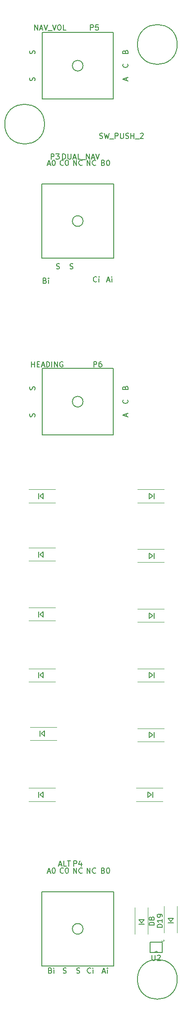
<source format=gbr>
G04 #@! TF.FileFunction,Legend,Top*
%FSLAX46Y46*%
G04 Gerber Fmt 4.6, Leading zero omitted, Abs format (unit mm)*
G04 Created by KiCad (PCBNEW 4.0.4+e1-6308~48~ubuntu14.04.1-stable) date Thu Sep  7 12:23:15 2017*
%MOMM*%
%LPD*%
G01*
G04 APERTURE LIST*
%ADD10C,0.100000*%
%ADD11C,0.150000*%
%ADD12C,0.125000*%
G04 APERTURE END LIST*
D10*
D11*
X115000000Y-37250000D02*
G75*
G03X115000000Y-37250000I-1000000J0D01*
G01*
X107250000Y-30250000D02*
X120750000Y-30250000D01*
X120750000Y-30250000D02*
X120750000Y-44250000D01*
X120750000Y-44250000D02*
X107250000Y-44250000D01*
X107250000Y-44250000D02*
X107250000Y-30250000D01*
X115000000Y-71250000D02*
G75*
G03X115000000Y-71250000I-1000000J0D01*
G01*
X120700000Y-77500000D02*
X120700000Y-65000000D01*
X107300000Y-77500000D02*
X107300000Y-65000000D01*
X107300000Y-65000000D02*
X120700000Y-65000000D01*
X107300000Y-77500000D02*
X120700000Y-77500000D01*
X115000000Y-8000000D02*
G75*
G03X115000000Y-8000000I-1000000J0D01*
G01*
X120700000Y-14250000D02*
X120700000Y-1750000D01*
X107300000Y-14250000D02*
X107300000Y-1750000D01*
X107300000Y-1750000D02*
X120700000Y-1750000D01*
X107300000Y-14250000D02*
X120700000Y-14250000D01*
X115000000Y-170500000D02*
G75*
G03X115000000Y-170500000I-1000000J0D01*
G01*
X107250000Y-163500000D02*
X120750000Y-163500000D01*
X120750000Y-163500000D02*
X120750000Y-177500000D01*
X120750000Y-177500000D02*
X107250000Y-177500000D01*
X107250000Y-177500000D02*
X107250000Y-163500000D01*
X106615000Y-88492000D02*
X106615000Y-89508000D01*
X106869000Y-89000000D02*
X107504000Y-88492000D01*
X107504000Y-88492000D02*
X107504000Y-89508000D01*
X107504000Y-89508000D02*
X106869000Y-89000000D01*
D10*
X104750000Y-90250000D02*
X109750000Y-90250000D01*
X104750000Y-87750000D02*
X109750000Y-87750000D01*
D11*
X106615000Y-99492000D02*
X106615000Y-100508000D01*
X106869000Y-100000000D02*
X107504000Y-99492000D01*
X107504000Y-99492000D02*
X107504000Y-100508000D01*
X107504000Y-100508000D02*
X106869000Y-100000000D01*
D10*
X104750000Y-101250000D02*
X109750000Y-101250000D01*
X104750000Y-98750000D02*
X109750000Y-98750000D01*
D11*
X106615000Y-110742000D02*
X106615000Y-111758000D01*
X106869000Y-111250000D02*
X107504000Y-110742000D01*
X107504000Y-110742000D02*
X107504000Y-111758000D01*
X107504000Y-111758000D02*
X106869000Y-111250000D01*
D10*
X104750000Y-112500000D02*
X109750000Y-112500000D01*
X104750000Y-110000000D02*
X109750000Y-110000000D01*
D11*
X106615000Y-122242000D02*
X106615000Y-123258000D01*
X106869000Y-122750000D02*
X107504000Y-122242000D01*
X107504000Y-122242000D02*
X107504000Y-123258000D01*
X107504000Y-123258000D02*
X106869000Y-122750000D01*
D10*
X104750000Y-124000000D02*
X109750000Y-124000000D01*
X104750000Y-121500000D02*
X109750000Y-121500000D01*
D11*
X106865000Y-133242000D02*
X106865000Y-134258000D01*
X107119000Y-133750000D02*
X107754000Y-133242000D01*
X107754000Y-133242000D02*
X107754000Y-134258000D01*
X107754000Y-134258000D02*
X107119000Y-133750000D01*
D10*
X105000000Y-135000000D02*
X110000000Y-135000000D01*
X105000000Y-132500000D02*
X110000000Y-132500000D01*
D11*
X128385000Y-89508000D02*
X128385000Y-88492000D01*
X128131000Y-89000000D02*
X127496000Y-89508000D01*
X127496000Y-89508000D02*
X127496000Y-88492000D01*
X127496000Y-88492000D02*
X128131000Y-89000000D01*
D10*
X130250000Y-87750000D02*
X125250000Y-87750000D01*
X130250000Y-90250000D02*
X125250000Y-90250000D01*
D11*
X128385000Y-100758000D02*
X128385000Y-99742000D01*
X128131000Y-100250000D02*
X127496000Y-100758000D01*
X127496000Y-100758000D02*
X127496000Y-99742000D01*
X127496000Y-99742000D02*
X128131000Y-100250000D01*
D10*
X130250000Y-99000000D02*
X125250000Y-99000000D01*
X130250000Y-101500000D02*
X125250000Y-101500000D01*
D11*
X128385000Y-112008000D02*
X128385000Y-110992000D01*
X128131000Y-111500000D02*
X127496000Y-112008000D01*
X127496000Y-112008000D02*
X127496000Y-110992000D01*
X127496000Y-110992000D02*
X128131000Y-111500000D01*
D10*
X130250000Y-110250000D02*
X125250000Y-110250000D01*
X130250000Y-112750000D02*
X125250000Y-112750000D01*
D11*
X128385000Y-123258000D02*
X128385000Y-122242000D01*
X128131000Y-122750000D02*
X127496000Y-123258000D01*
X127496000Y-123258000D02*
X127496000Y-122242000D01*
X127496000Y-122242000D02*
X128131000Y-122750000D01*
D10*
X130250000Y-121500000D02*
X125250000Y-121500000D01*
X130250000Y-124000000D02*
X125250000Y-124000000D01*
D11*
X128385000Y-134508000D02*
X128385000Y-133492000D01*
X128131000Y-134000000D02*
X127496000Y-134508000D01*
X127496000Y-134508000D02*
X127496000Y-133492000D01*
X127496000Y-133492000D02*
X128131000Y-134000000D01*
D10*
X130250000Y-132750000D02*
X125250000Y-132750000D01*
X130250000Y-135250000D02*
X125250000Y-135250000D01*
D11*
X128135000Y-145758000D02*
X128135000Y-144742000D01*
X127881000Y-145250000D02*
X127246000Y-145758000D01*
X127246000Y-145758000D02*
X127246000Y-144742000D01*
X127246000Y-144742000D02*
X127881000Y-145250000D01*
D10*
X130000000Y-144000000D02*
X125000000Y-144000000D01*
X130000000Y-146500000D02*
X125000000Y-146500000D01*
D11*
X129028000Y-174990000D02*
G75*
G03X128778000Y-174740000I-250000J0D01*
G01*
X128778000Y-174740000D02*
G75*
G03X128528000Y-174990000I0J-250000D01*
G01*
X127628000Y-174990000D02*
X127628000Y-172990000D01*
X127628000Y-172990000D02*
X129928000Y-172990000D01*
X129928000Y-172990000D02*
X129928000Y-174990000D01*
X129928000Y-174990000D02*
X127628000Y-174990000D01*
X125492000Y-169635000D02*
X126508000Y-169635000D01*
X126000000Y-169381000D02*
X125492000Y-168746000D01*
X125492000Y-168746000D02*
X126508000Y-168746000D01*
X126508000Y-168746000D02*
X126000000Y-169381000D01*
D10*
X127250000Y-171500000D02*
X127250000Y-166500000D01*
X124750000Y-171500000D02*
X124750000Y-166500000D01*
D11*
X130992000Y-169385000D02*
X132008000Y-169385000D01*
X131500000Y-169131000D02*
X130992000Y-168496000D01*
X130992000Y-168496000D02*
X132008000Y-168496000D01*
X132008000Y-168496000D02*
X131500000Y-169131000D01*
D10*
X132750000Y-171250000D02*
X132750000Y-166250000D01*
X130250000Y-171250000D02*
X130250000Y-166250000D01*
D11*
X106615000Y-144742000D02*
X106615000Y-145758000D01*
X106869000Y-145250000D02*
X107504000Y-144742000D01*
X107504000Y-144742000D02*
X107504000Y-145758000D01*
X107504000Y-145758000D02*
X106869000Y-145250000D01*
D10*
X104750000Y-146500000D02*
X109750000Y-146500000D01*
X104750000Y-144000000D02*
X109750000Y-144000000D01*
D11*
X107750000Y-19000000D02*
G75*
G03X107750000Y-19000000I-3750000J0D01*
G01*
X132750000Y-4000000D02*
G75*
G03X132750000Y-4000000I-3750000J0D01*
G01*
X132750000Y-180000000D02*
G75*
G03X132750000Y-180000000I-3750000J0D01*
G01*
X108981905Y-25598381D02*
X108981905Y-24598381D01*
X109362858Y-24598381D01*
X109458096Y-24646000D01*
X109505715Y-24693619D01*
X109553334Y-24788857D01*
X109553334Y-24931714D01*
X109505715Y-25026952D01*
X109458096Y-25074571D01*
X109362858Y-25122190D01*
X108981905Y-25122190D01*
X109886667Y-24598381D02*
X110505715Y-24598381D01*
X110172381Y-24979333D01*
X110315239Y-24979333D01*
X110410477Y-25026952D01*
X110458096Y-25074571D01*
X110505715Y-25169810D01*
X110505715Y-25407905D01*
X110458096Y-25503143D01*
X110410477Y-25550762D01*
X110315239Y-25598381D01*
X110029524Y-25598381D01*
X109934286Y-25550762D01*
X109886667Y-25503143D01*
X111165047Y-25598381D02*
X111165047Y-24598381D01*
X111403142Y-24598381D01*
X111546000Y-24646000D01*
X111641238Y-24741238D01*
X111688857Y-24836476D01*
X111736476Y-25026952D01*
X111736476Y-25169810D01*
X111688857Y-25360286D01*
X111641238Y-25455524D01*
X111546000Y-25550762D01*
X111403142Y-25598381D01*
X111165047Y-25598381D01*
X112165047Y-24598381D02*
X112165047Y-25407905D01*
X112212666Y-25503143D01*
X112260285Y-25550762D01*
X112355523Y-25598381D01*
X112546000Y-25598381D01*
X112641238Y-25550762D01*
X112688857Y-25503143D01*
X112736476Y-25407905D01*
X112736476Y-24598381D01*
X113165047Y-25312667D02*
X113641238Y-25312667D01*
X113069809Y-25598381D02*
X113403142Y-24598381D01*
X113736476Y-25598381D01*
X114546000Y-25598381D02*
X114069809Y-25598381D01*
X114069809Y-24598381D01*
X114641238Y-25693619D02*
X115403143Y-25693619D01*
X115641238Y-25598381D02*
X115641238Y-24598381D01*
X116212667Y-25598381D01*
X116212667Y-24598381D01*
X116641238Y-25312667D02*
X117117429Y-25312667D01*
X116546000Y-25598381D02*
X116879333Y-24598381D01*
X117212667Y-25598381D01*
X117403143Y-24598381D02*
X117736476Y-25598381D01*
X118069810Y-24598381D01*
X118802239Y-26256571D02*
X118945096Y-26304190D01*
X118992715Y-26351810D01*
X119040334Y-26447048D01*
X119040334Y-26589905D01*
X118992715Y-26685143D01*
X118945096Y-26732762D01*
X118849858Y-26780381D01*
X118468905Y-26780381D01*
X118468905Y-25780381D01*
X118802239Y-25780381D01*
X118897477Y-25828000D01*
X118945096Y-25875619D01*
X118992715Y-25970857D01*
X118992715Y-26066095D01*
X118945096Y-26161333D01*
X118897477Y-26208952D01*
X118802239Y-26256571D01*
X118468905Y-26256571D01*
X119659381Y-25780381D02*
X119754620Y-25780381D01*
X119849858Y-25828000D01*
X119897477Y-25875619D01*
X119945096Y-25970857D01*
X119992715Y-26161333D01*
X119992715Y-26399429D01*
X119945096Y-26589905D01*
X119897477Y-26685143D01*
X119849858Y-26732762D01*
X119754620Y-26780381D01*
X119659381Y-26780381D01*
X119564143Y-26732762D01*
X119516524Y-26685143D01*
X119468905Y-26589905D01*
X119421286Y-26399429D01*
X119421286Y-26161333D01*
X119468905Y-25970857D01*
X119516524Y-25875619D01*
X119564143Y-25828000D01*
X119659381Y-25780381D01*
X115754286Y-26780381D02*
X115754286Y-25780381D01*
X116325715Y-26780381D01*
X116325715Y-25780381D01*
X117373334Y-26685143D02*
X117325715Y-26732762D01*
X117182858Y-26780381D01*
X117087620Y-26780381D01*
X116944762Y-26732762D01*
X116849524Y-26637524D01*
X116801905Y-26542286D01*
X116754286Y-26351810D01*
X116754286Y-26208952D01*
X116801905Y-26018476D01*
X116849524Y-25923238D01*
X116944762Y-25828000D01*
X117087620Y-25780381D01*
X117182858Y-25780381D01*
X117325715Y-25828000D01*
X117373334Y-25875619D01*
X113214286Y-26780381D02*
X113214286Y-25780381D01*
X113785715Y-26780381D01*
X113785715Y-25780381D01*
X114833334Y-26685143D02*
X114785715Y-26732762D01*
X114642858Y-26780381D01*
X114547620Y-26780381D01*
X114404762Y-26732762D01*
X114309524Y-26637524D01*
X114261905Y-26542286D01*
X114214286Y-26351810D01*
X114214286Y-26208952D01*
X114261905Y-26018476D01*
X114309524Y-25923238D01*
X114404762Y-25828000D01*
X114547620Y-25780381D01*
X114642858Y-25780381D01*
X114785715Y-25828000D01*
X114833334Y-25875619D01*
X108332714Y-26494667D02*
X108808905Y-26494667D01*
X108237476Y-26780381D02*
X108570809Y-25780381D01*
X108904143Y-26780381D01*
X109427952Y-25780381D02*
X109523191Y-25780381D01*
X109618429Y-25828000D01*
X109666048Y-25875619D01*
X109713667Y-25970857D01*
X109761286Y-26161333D01*
X109761286Y-26399429D01*
X109713667Y-26589905D01*
X109666048Y-26685143D01*
X109618429Y-26732762D01*
X109523191Y-26780381D01*
X109427952Y-26780381D01*
X109332714Y-26732762D01*
X109285095Y-26685143D01*
X109237476Y-26589905D01*
X109189857Y-26399429D01*
X109189857Y-26161333D01*
X109237476Y-25970857D01*
X109285095Y-25875619D01*
X109332714Y-25828000D01*
X109427952Y-25780381D01*
X111293334Y-26685143D02*
X111245715Y-26732762D01*
X111102858Y-26780381D01*
X111007620Y-26780381D01*
X110864762Y-26732762D01*
X110769524Y-26637524D01*
X110721905Y-26542286D01*
X110674286Y-26351810D01*
X110674286Y-26208952D01*
X110721905Y-26018476D01*
X110769524Y-25923238D01*
X110864762Y-25828000D01*
X111007620Y-25780381D01*
X111102858Y-25780381D01*
X111245715Y-25828000D01*
X111293334Y-25875619D01*
X111912381Y-25780381D02*
X112007620Y-25780381D01*
X112102858Y-25828000D01*
X112150477Y-25875619D01*
X112198096Y-25970857D01*
X112245715Y-26161333D01*
X112245715Y-26399429D01*
X112198096Y-26589905D01*
X112150477Y-26685143D01*
X112102858Y-26732762D01*
X112007620Y-26780381D01*
X111912381Y-26780381D01*
X111817143Y-26732762D01*
X111769524Y-26685143D01*
X111721905Y-26589905D01*
X111674286Y-26399429D01*
X111674286Y-26161333D01*
X111721905Y-25970857D01*
X111769524Y-25875619D01*
X111817143Y-25828000D01*
X111912381Y-25780381D01*
X119523810Y-48416667D02*
X120000001Y-48416667D01*
X119428572Y-48702381D02*
X119761905Y-47702381D01*
X120095239Y-48702381D01*
X120428572Y-48702381D02*
X120428572Y-48035714D01*
X120428572Y-47702381D02*
X120380953Y-47750000D01*
X120428572Y-47797619D01*
X120476191Y-47750000D01*
X120428572Y-47702381D01*
X120428572Y-47797619D01*
X117571429Y-48607143D02*
X117523810Y-48654762D01*
X117380953Y-48702381D01*
X117285715Y-48702381D01*
X117142857Y-48654762D01*
X117047619Y-48559524D01*
X117000000Y-48464286D01*
X116952381Y-48273810D01*
X116952381Y-48130952D01*
X117000000Y-47940476D01*
X117047619Y-47845238D01*
X117142857Y-47750000D01*
X117285715Y-47702381D01*
X117380953Y-47702381D01*
X117523810Y-47750000D01*
X117571429Y-47797619D01*
X118000000Y-48702381D02*
X118000000Y-48035714D01*
X118000000Y-47702381D02*
X117952381Y-47750000D01*
X118000000Y-47797619D01*
X118047619Y-47750000D01*
X118000000Y-47702381D01*
X118000000Y-47797619D01*
X112530286Y-46204762D02*
X112673143Y-46252381D01*
X112911239Y-46252381D01*
X113006477Y-46204762D01*
X113054096Y-46157143D01*
X113101715Y-46061905D01*
X113101715Y-45966667D01*
X113054096Y-45871429D01*
X113006477Y-45823810D01*
X112911239Y-45776190D01*
X112720762Y-45728571D01*
X112625524Y-45680952D01*
X112577905Y-45633333D01*
X112530286Y-45538095D01*
X112530286Y-45442857D01*
X112577905Y-45347619D01*
X112625524Y-45300000D01*
X112720762Y-45252381D01*
X112958858Y-45252381D01*
X113101715Y-45300000D01*
X109990286Y-46204762D02*
X110133143Y-46252381D01*
X110371239Y-46252381D01*
X110466477Y-46204762D01*
X110514096Y-46157143D01*
X110561715Y-46061905D01*
X110561715Y-45966667D01*
X110514096Y-45871429D01*
X110466477Y-45823810D01*
X110371239Y-45776190D01*
X110180762Y-45728571D01*
X110085524Y-45680952D01*
X110037905Y-45633333D01*
X109990286Y-45538095D01*
X109990286Y-45442857D01*
X110037905Y-45347619D01*
X110085524Y-45300000D01*
X110180762Y-45252381D01*
X110418858Y-45252381D01*
X110561715Y-45300000D01*
X107833334Y-48428571D02*
X107976191Y-48476190D01*
X108023810Y-48523810D01*
X108071429Y-48619048D01*
X108071429Y-48761905D01*
X108023810Y-48857143D01*
X107976191Y-48904762D01*
X107880953Y-48952381D01*
X107500000Y-48952381D01*
X107500000Y-47952381D01*
X107833334Y-47952381D01*
X107928572Y-48000000D01*
X107976191Y-48047619D01*
X108023810Y-48142857D01*
X108023810Y-48238095D01*
X107976191Y-48333333D01*
X107928572Y-48380952D01*
X107833334Y-48428571D01*
X107500000Y-48428571D01*
X108500000Y-48952381D02*
X108500000Y-48285714D01*
X108500000Y-47952381D02*
X108452381Y-48000000D01*
X108500000Y-48047619D01*
X108547619Y-48000000D01*
X108500000Y-47952381D01*
X108500000Y-48047619D01*
X117011905Y-64702381D02*
X117011905Y-63702381D01*
X117392858Y-63702381D01*
X117488096Y-63750000D01*
X117535715Y-63797619D01*
X117583334Y-63892857D01*
X117583334Y-64035714D01*
X117535715Y-64130952D01*
X117488096Y-64178571D01*
X117392858Y-64226190D01*
X117011905Y-64226190D01*
X118440477Y-63702381D02*
X118250000Y-63702381D01*
X118154762Y-63750000D01*
X118107143Y-63797619D01*
X118011905Y-63940476D01*
X117964286Y-64130952D01*
X117964286Y-64511905D01*
X118011905Y-64607143D01*
X118059524Y-64654762D01*
X118154762Y-64702381D01*
X118345239Y-64702381D01*
X118440477Y-64654762D01*
X118488096Y-64607143D01*
X118535715Y-64511905D01*
X118535715Y-64273810D01*
X118488096Y-64178571D01*
X118440477Y-64130952D01*
X118345239Y-64083333D01*
X118154762Y-64083333D01*
X118059524Y-64130952D01*
X118011905Y-64178571D01*
X117964286Y-64273810D01*
X105321429Y-64702381D02*
X105321429Y-63702381D01*
X105321429Y-64178571D02*
X105892858Y-64178571D01*
X105892858Y-64702381D02*
X105892858Y-63702381D01*
X106369048Y-64178571D02*
X106702382Y-64178571D01*
X106845239Y-64702381D02*
X106369048Y-64702381D01*
X106369048Y-63702381D01*
X106845239Y-63702381D01*
X107226191Y-64416667D02*
X107702382Y-64416667D01*
X107130953Y-64702381D02*
X107464286Y-63702381D01*
X107797620Y-64702381D01*
X108130953Y-64702381D02*
X108130953Y-63702381D01*
X108369048Y-63702381D01*
X108511906Y-63750000D01*
X108607144Y-63845238D01*
X108654763Y-63940476D01*
X108702382Y-64130952D01*
X108702382Y-64273810D01*
X108654763Y-64464286D01*
X108607144Y-64559524D01*
X108511906Y-64654762D01*
X108369048Y-64702381D01*
X108130953Y-64702381D01*
X109130953Y-64702381D02*
X109130953Y-63702381D01*
X109607143Y-64702381D02*
X109607143Y-63702381D01*
X110178572Y-64702381D01*
X110178572Y-63702381D01*
X111178572Y-63750000D02*
X111083334Y-63702381D01*
X110940477Y-63702381D01*
X110797619Y-63750000D01*
X110702381Y-63845238D01*
X110654762Y-63940476D01*
X110607143Y-64130952D01*
X110607143Y-64273810D01*
X110654762Y-64464286D01*
X110702381Y-64559524D01*
X110797619Y-64654762D01*
X110940477Y-64702381D01*
X111035715Y-64702381D01*
X111178572Y-64654762D01*
X111226191Y-64607143D01*
X111226191Y-64273810D01*
X111035715Y-64273810D01*
X123183667Y-74028095D02*
X123183667Y-73551904D01*
X123469381Y-74123333D02*
X122469381Y-73790000D01*
X123469381Y-73456666D01*
X123374143Y-70940476D02*
X123421762Y-70988095D01*
X123469381Y-71130952D01*
X123469381Y-71226190D01*
X123421762Y-71369048D01*
X123326524Y-71464286D01*
X123231286Y-71511905D01*
X123040810Y-71559524D01*
X122897952Y-71559524D01*
X122707476Y-71511905D01*
X122612238Y-71464286D01*
X122517000Y-71369048D01*
X122469381Y-71226190D01*
X122469381Y-71130952D01*
X122517000Y-70988095D01*
X122564619Y-70940476D01*
X122945571Y-68638571D02*
X122993190Y-68495714D01*
X123040810Y-68448095D01*
X123136048Y-68400476D01*
X123278905Y-68400476D01*
X123374143Y-68448095D01*
X123421762Y-68495714D01*
X123469381Y-68590952D01*
X123469381Y-68971905D01*
X122469381Y-68971905D01*
X122469381Y-68638571D01*
X122517000Y-68543333D01*
X122564619Y-68495714D01*
X122659857Y-68448095D01*
X122755095Y-68448095D01*
X122850333Y-68495714D01*
X122897952Y-68543333D01*
X122945571Y-68638571D01*
X122945571Y-68971905D01*
X105895762Y-74075714D02*
X105943381Y-73932857D01*
X105943381Y-73694761D01*
X105895762Y-73599523D01*
X105848143Y-73551904D01*
X105752905Y-73504285D01*
X105657667Y-73504285D01*
X105562429Y-73551904D01*
X105514810Y-73599523D01*
X105467190Y-73694761D01*
X105419571Y-73885238D01*
X105371952Y-73980476D01*
X105324333Y-74028095D01*
X105229095Y-74075714D01*
X105133857Y-74075714D01*
X105038619Y-74028095D01*
X104991000Y-73980476D01*
X104943381Y-73885238D01*
X104943381Y-73647142D01*
X104991000Y-73504285D01*
X105895762Y-68995714D02*
X105943381Y-68852857D01*
X105943381Y-68614761D01*
X105895762Y-68519523D01*
X105848143Y-68471904D01*
X105752905Y-68424285D01*
X105657667Y-68424285D01*
X105562429Y-68471904D01*
X105514810Y-68519523D01*
X105467190Y-68614761D01*
X105419571Y-68805238D01*
X105371952Y-68900476D01*
X105324333Y-68948095D01*
X105229095Y-68995714D01*
X105133857Y-68995714D01*
X105038619Y-68948095D01*
X104991000Y-68900476D01*
X104943381Y-68805238D01*
X104943381Y-68567142D01*
X104991000Y-68424285D01*
X116395905Y-1294381D02*
X116395905Y-294381D01*
X116776858Y-294381D01*
X116872096Y-342000D01*
X116919715Y-389619D01*
X116967334Y-484857D01*
X116967334Y-627714D01*
X116919715Y-722952D01*
X116872096Y-770571D01*
X116776858Y-818190D01*
X116395905Y-818190D01*
X117872096Y-294381D02*
X117395905Y-294381D01*
X117348286Y-770571D01*
X117395905Y-722952D01*
X117491143Y-675333D01*
X117729239Y-675333D01*
X117824477Y-722952D01*
X117872096Y-770571D01*
X117919715Y-865810D01*
X117919715Y-1103905D01*
X117872096Y-1199143D01*
X117824477Y-1246762D01*
X117729239Y-1294381D01*
X117491143Y-1294381D01*
X117395905Y-1246762D01*
X117348286Y-1199143D01*
X105871047Y-1294381D02*
X105871047Y-294381D01*
X106442476Y-1294381D01*
X106442476Y-294381D01*
X106871047Y-1008667D02*
X107347238Y-1008667D01*
X106775809Y-1294381D02*
X107109142Y-294381D01*
X107442476Y-1294381D01*
X107632952Y-294381D02*
X107966285Y-1294381D01*
X108299619Y-294381D01*
X108394857Y-1389619D02*
X109156762Y-1389619D01*
X109252000Y-294381D02*
X109585333Y-1294381D01*
X109918667Y-294381D01*
X110442476Y-294381D02*
X110632953Y-294381D01*
X110728191Y-342000D01*
X110823429Y-437238D01*
X110871048Y-627714D01*
X110871048Y-961048D01*
X110823429Y-1151524D01*
X110728191Y-1246762D01*
X110632953Y-1294381D01*
X110442476Y-1294381D01*
X110347238Y-1246762D01*
X110252000Y-1151524D01*
X110204381Y-961048D01*
X110204381Y-627714D01*
X110252000Y-437238D01*
X110347238Y-342000D01*
X110442476Y-294381D01*
X111775810Y-1294381D02*
X111299619Y-1294381D01*
X111299619Y-294381D01*
X123183667Y-10778095D02*
X123183667Y-10301904D01*
X123469381Y-10873333D02*
X122469381Y-10540000D01*
X123469381Y-10206666D01*
X123374143Y-7690476D02*
X123421762Y-7738095D01*
X123469381Y-7880952D01*
X123469381Y-7976190D01*
X123421762Y-8119048D01*
X123326524Y-8214286D01*
X123231286Y-8261905D01*
X123040810Y-8309524D01*
X122897952Y-8309524D01*
X122707476Y-8261905D01*
X122612238Y-8214286D01*
X122517000Y-8119048D01*
X122469381Y-7976190D01*
X122469381Y-7880952D01*
X122517000Y-7738095D01*
X122564619Y-7690476D01*
X122945571Y-5388571D02*
X122993190Y-5245714D01*
X123040810Y-5198095D01*
X123136048Y-5150476D01*
X123278905Y-5150476D01*
X123374143Y-5198095D01*
X123421762Y-5245714D01*
X123469381Y-5340952D01*
X123469381Y-5721905D01*
X122469381Y-5721905D01*
X122469381Y-5388571D01*
X122517000Y-5293333D01*
X122564619Y-5245714D01*
X122659857Y-5198095D01*
X122755095Y-5198095D01*
X122850333Y-5245714D01*
X122897952Y-5293333D01*
X122945571Y-5388571D01*
X122945571Y-5721905D01*
X105895762Y-10825714D02*
X105943381Y-10682857D01*
X105943381Y-10444761D01*
X105895762Y-10349523D01*
X105848143Y-10301904D01*
X105752905Y-10254285D01*
X105657667Y-10254285D01*
X105562429Y-10301904D01*
X105514810Y-10349523D01*
X105467190Y-10444761D01*
X105419571Y-10635238D01*
X105371952Y-10730476D01*
X105324333Y-10778095D01*
X105229095Y-10825714D01*
X105133857Y-10825714D01*
X105038619Y-10778095D01*
X104991000Y-10730476D01*
X104943381Y-10635238D01*
X104943381Y-10397142D01*
X104991000Y-10254285D01*
X105895762Y-5745714D02*
X105943381Y-5602857D01*
X105943381Y-5364761D01*
X105895762Y-5269523D01*
X105848143Y-5221904D01*
X105752905Y-5174285D01*
X105657667Y-5174285D01*
X105562429Y-5221904D01*
X105514810Y-5269523D01*
X105467190Y-5364761D01*
X105419571Y-5555238D01*
X105371952Y-5650476D01*
X105324333Y-5698095D01*
X105229095Y-5745714D01*
X105133857Y-5745714D01*
X105038619Y-5698095D01*
X104991000Y-5650476D01*
X104943381Y-5555238D01*
X104943381Y-5317142D01*
X104991000Y-5174285D01*
X113261905Y-158702381D02*
X113261905Y-157702381D01*
X113642858Y-157702381D01*
X113738096Y-157750000D01*
X113785715Y-157797619D01*
X113833334Y-157892857D01*
X113833334Y-158035714D01*
X113785715Y-158130952D01*
X113738096Y-158178571D01*
X113642858Y-158226190D01*
X113261905Y-158226190D01*
X114690477Y-158035714D02*
X114690477Y-158702381D01*
X114452381Y-157654762D02*
X114214286Y-158369048D01*
X114833334Y-158369048D01*
X110476190Y-158416667D02*
X110952381Y-158416667D01*
X110380952Y-158702381D02*
X110714285Y-157702381D01*
X111047619Y-158702381D01*
X111857143Y-158702381D02*
X111380952Y-158702381D01*
X111380952Y-157702381D01*
X112047619Y-157702381D02*
X112619048Y-157702381D01*
X112333333Y-158702381D02*
X112333333Y-157702381D01*
X118802239Y-159506571D02*
X118945096Y-159554190D01*
X118992715Y-159601810D01*
X119040334Y-159697048D01*
X119040334Y-159839905D01*
X118992715Y-159935143D01*
X118945096Y-159982762D01*
X118849858Y-160030381D01*
X118468905Y-160030381D01*
X118468905Y-159030381D01*
X118802239Y-159030381D01*
X118897477Y-159078000D01*
X118945096Y-159125619D01*
X118992715Y-159220857D01*
X118992715Y-159316095D01*
X118945096Y-159411333D01*
X118897477Y-159458952D01*
X118802239Y-159506571D01*
X118468905Y-159506571D01*
X119659381Y-159030381D02*
X119754620Y-159030381D01*
X119849858Y-159078000D01*
X119897477Y-159125619D01*
X119945096Y-159220857D01*
X119992715Y-159411333D01*
X119992715Y-159649429D01*
X119945096Y-159839905D01*
X119897477Y-159935143D01*
X119849858Y-159982762D01*
X119754620Y-160030381D01*
X119659381Y-160030381D01*
X119564143Y-159982762D01*
X119516524Y-159935143D01*
X119468905Y-159839905D01*
X119421286Y-159649429D01*
X119421286Y-159411333D01*
X119468905Y-159220857D01*
X119516524Y-159125619D01*
X119564143Y-159078000D01*
X119659381Y-159030381D01*
X115754286Y-160030381D02*
X115754286Y-159030381D01*
X116325715Y-160030381D01*
X116325715Y-159030381D01*
X117373334Y-159935143D02*
X117325715Y-159982762D01*
X117182858Y-160030381D01*
X117087620Y-160030381D01*
X116944762Y-159982762D01*
X116849524Y-159887524D01*
X116801905Y-159792286D01*
X116754286Y-159601810D01*
X116754286Y-159458952D01*
X116801905Y-159268476D01*
X116849524Y-159173238D01*
X116944762Y-159078000D01*
X117087620Y-159030381D01*
X117182858Y-159030381D01*
X117325715Y-159078000D01*
X117373334Y-159125619D01*
X113214286Y-160030381D02*
X113214286Y-159030381D01*
X113785715Y-160030381D01*
X113785715Y-159030381D01*
X114833334Y-159935143D02*
X114785715Y-159982762D01*
X114642858Y-160030381D01*
X114547620Y-160030381D01*
X114404762Y-159982762D01*
X114309524Y-159887524D01*
X114261905Y-159792286D01*
X114214286Y-159601810D01*
X114214286Y-159458952D01*
X114261905Y-159268476D01*
X114309524Y-159173238D01*
X114404762Y-159078000D01*
X114547620Y-159030381D01*
X114642858Y-159030381D01*
X114785715Y-159078000D01*
X114833334Y-159125619D01*
X108332714Y-159744667D02*
X108808905Y-159744667D01*
X108237476Y-160030381D02*
X108570809Y-159030381D01*
X108904143Y-160030381D01*
X109427952Y-159030381D02*
X109523191Y-159030381D01*
X109618429Y-159078000D01*
X109666048Y-159125619D01*
X109713667Y-159220857D01*
X109761286Y-159411333D01*
X109761286Y-159649429D01*
X109713667Y-159839905D01*
X109666048Y-159935143D01*
X109618429Y-159982762D01*
X109523191Y-160030381D01*
X109427952Y-160030381D01*
X109332714Y-159982762D01*
X109285095Y-159935143D01*
X109237476Y-159839905D01*
X109189857Y-159649429D01*
X109189857Y-159411333D01*
X109237476Y-159220857D01*
X109285095Y-159125619D01*
X109332714Y-159078000D01*
X109427952Y-159030381D01*
X111293334Y-159935143D02*
X111245715Y-159982762D01*
X111102858Y-160030381D01*
X111007620Y-160030381D01*
X110864762Y-159982762D01*
X110769524Y-159887524D01*
X110721905Y-159792286D01*
X110674286Y-159601810D01*
X110674286Y-159458952D01*
X110721905Y-159268476D01*
X110769524Y-159173238D01*
X110864762Y-159078000D01*
X111007620Y-159030381D01*
X111102858Y-159030381D01*
X111245715Y-159078000D01*
X111293334Y-159125619D01*
X111912381Y-159030381D02*
X112007620Y-159030381D01*
X112102858Y-159078000D01*
X112150477Y-159125619D01*
X112198096Y-159220857D01*
X112245715Y-159411333D01*
X112245715Y-159649429D01*
X112198096Y-159839905D01*
X112150477Y-159935143D01*
X112102858Y-159982762D01*
X112007620Y-160030381D01*
X111912381Y-160030381D01*
X111817143Y-159982762D01*
X111769524Y-159935143D01*
X111721905Y-159839905D01*
X111674286Y-159649429D01*
X111674286Y-159411333D01*
X111721905Y-159220857D01*
X111769524Y-159125619D01*
X111817143Y-159078000D01*
X111912381Y-159030381D01*
X118689810Y-178554667D02*
X119166001Y-178554667D01*
X118594572Y-178840381D02*
X118927905Y-177840381D01*
X119261239Y-178840381D01*
X119594572Y-178840381D02*
X119594572Y-178173714D01*
X119594572Y-177840381D02*
X119546953Y-177888000D01*
X119594572Y-177935619D01*
X119642191Y-177888000D01*
X119594572Y-177840381D01*
X119594572Y-177935619D01*
X116443429Y-178745143D02*
X116395810Y-178792762D01*
X116252953Y-178840381D01*
X116157715Y-178840381D01*
X116014857Y-178792762D01*
X115919619Y-178697524D01*
X115872000Y-178602286D01*
X115824381Y-178411810D01*
X115824381Y-178268952D01*
X115872000Y-178078476D01*
X115919619Y-177983238D01*
X116014857Y-177888000D01*
X116157715Y-177840381D01*
X116252953Y-177840381D01*
X116395810Y-177888000D01*
X116443429Y-177935619D01*
X116872000Y-178840381D02*
X116872000Y-178173714D01*
X116872000Y-177840381D02*
X116824381Y-177888000D01*
X116872000Y-177935619D01*
X116919619Y-177888000D01*
X116872000Y-177840381D01*
X116872000Y-177935619D01*
X113800286Y-178792762D02*
X113943143Y-178840381D01*
X114181239Y-178840381D01*
X114276477Y-178792762D01*
X114324096Y-178745143D01*
X114371715Y-178649905D01*
X114371715Y-178554667D01*
X114324096Y-178459429D01*
X114276477Y-178411810D01*
X114181239Y-178364190D01*
X113990762Y-178316571D01*
X113895524Y-178268952D01*
X113847905Y-178221333D01*
X113800286Y-178126095D01*
X113800286Y-178030857D01*
X113847905Y-177935619D01*
X113895524Y-177888000D01*
X113990762Y-177840381D01*
X114228858Y-177840381D01*
X114371715Y-177888000D01*
X111260286Y-178792762D02*
X111403143Y-178840381D01*
X111641239Y-178840381D01*
X111736477Y-178792762D01*
X111784096Y-178745143D01*
X111831715Y-178649905D01*
X111831715Y-178554667D01*
X111784096Y-178459429D01*
X111736477Y-178411810D01*
X111641239Y-178364190D01*
X111450762Y-178316571D01*
X111355524Y-178268952D01*
X111307905Y-178221333D01*
X111260286Y-178126095D01*
X111260286Y-178030857D01*
X111307905Y-177935619D01*
X111355524Y-177888000D01*
X111450762Y-177840381D01*
X111688858Y-177840381D01*
X111831715Y-177888000D01*
X108839334Y-178316571D02*
X108982191Y-178364190D01*
X109029810Y-178411810D01*
X109077429Y-178507048D01*
X109077429Y-178649905D01*
X109029810Y-178745143D01*
X108982191Y-178792762D01*
X108886953Y-178840381D01*
X108506000Y-178840381D01*
X108506000Y-177840381D01*
X108839334Y-177840381D01*
X108934572Y-177888000D01*
X108982191Y-177935619D01*
X109029810Y-178030857D01*
X109029810Y-178126095D01*
X108982191Y-178221333D01*
X108934572Y-178268952D01*
X108839334Y-178316571D01*
X108506000Y-178316571D01*
X109506000Y-178840381D02*
X109506000Y-178173714D01*
X109506000Y-177840381D02*
X109458381Y-177888000D01*
X109506000Y-177935619D01*
X109553619Y-177888000D01*
X109506000Y-177840381D01*
X109506000Y-177935619D01*
X128016095Y-175442381D02*
X128016095Y-176251905D01*
X128063714Y-176347143D01*
X128111333Y-176394762D01*
X128206571Y-176442381D01*
X128397048Y-176442381D01*
X128492286Y-176394762D01*
X128539905Y-176347143D01*
X128587524Y-176251905D01*
X128587524Y-175442381D01*
X129016095Y-175537619D02*
X129063714Y-175490000D01*
X129158952Y-175442381D01*
X129397048Y-175442381D01*
X129492286Y-175490000D01*
X129539905Y-175537619D01*
X129587524Y-175632857D01*
X129587524Y-175728095D01*
X129539905Y-175870952D01*
X128968476Y-176442381D01*
X129587524Y-176442381D01*
D12*
X129798000Y-172589048D02*
X129774190Y-172636667D01*
X129774190Y-172708095D01*
X129798000Y-172779524D01*
X129845619Y-172827143D01*
X129893238Y-172850952D01*
X129988476Y-172874762D01*
X130059905Y-172874762D01*
X130155143Y-172850952D01*
X130202762Y-172827143D01*
X130250381Y-172779524D01*
X130274190Y-172708095D01*
X130274190Y-172660476D01*
X130250381Y-172589048D01*
X130226571Y-172565238D01*
X130059905Y-172565238D01*
X130059905Y-172660476D01*
D11*
X128436381Y-169818095D02*
X127436381Y-169818095D01*
X127436381Y-169580000D01*
X127484000Y-169437142D01*
X127579238Y-169341904D01*
X127674476Y-169294285D01*
X127864952Y-169246666D01*
X128007810Y-169246666D01*
X128198286Y-169294285D01*
X128293524Y-169341904D01*
X128388762Y-169437142D01*
X128436381Y-169580000D01*
X128436381Y-169818095D01*
X127864952Y-168675238D02*
X127817333Y-168770476D01*
X127769714Y-168818095D01*
X127674476Y-168865714D01*
X127626857Y-168865714D01*
X127531619Y-168818095D01*
X127484000Y-168770476D01*
X127436381Y-168675238D01*
X127436381Y-168484761D01*
X127484000Y-168389523D01*
X127531619Y-168341904D01*
X127626857Y-168294285D01*
X127674476Y-168294285D01*
X127769714Y-168341904D01*
X127817333Y-168389523D01*
X127864952Y-168484761D01*
X127864952Y-168675238D01*
X127912571Y-168770476D01*
X127960190Y-168818095D01*
X128055429Y-168865714D01*
X128245905Y-168865714D01*
X128341143Y-168818095D01*
X128388762Y-168770476D01*
X128436381Y-168675238D01*
X128436381Y-168484761D01*
X128388762Y-168389523D01*
X128341143Y-168341904D01*
X128245905Y-168294285D01*
X128055429Y-168294285D01*
X127960190Y-168341904D01*
X127912571Y-168389523D01*
X127864952Y-168484761D01*
X129952381Y-170214286D02*
X128952381Y-170214286D01*
X128952381Y-169976191D01*
X129000000Y-169833333D01*
X129095238Y-169738095D01*
X129190476Y-169690476D01*
X129380952Y-169642857D01*
X129523810Y-169642857D01*
X129714286Y-169690476D01*
X129809524Y-169738095D01*
X129904762Y-169833333D01*
X129952381Y-169976191D01*
X129952381Y-170214286D01*
X129952381Y-168690476D02*
X129952381Y-169261905D01*
X129952381Y-168976191D02*
X128952381Y-168976191D01*
X129095238Y-169071429D01*
X129190476Y-169166667D01*
X129238095Y-169261905D01*
X129952381Y-168214286D02*
X129952381Y-168023810D01*
X129904762Y-167928571D01*
X129857143Y-167880952D01*
X129714286Y-167785714D01*
X129523810Y-167738095D01*
X129142857Y-167738095D01*
X129047619Y-167785714D01*
X129000000Y-167833333D01*
X128952381Y-167928571D01*
X128952381Y-168119048D01*
X129000000Y-168214286D01*
X129047619Y-168261905D01*
X129142857Y-168309524D01*
X129380952Y-168309524D01*
X129476190Y-168261905D01*
X129523810Y-168214286D01*
X129571429Y-168119048D01*
X129571429Y-167928571D01*
X129523810Y-167833333D01*
X129476190Y-167785714D01*
X129380952Y-167738095D01*
X118130952Y-21654762D02*
X118273809Y-21702381D01*
X118511905Y-21702381D01*
X118607143Y-21654762D01*
X118654762Y-21607143D01*
X118702381Y-21511905D01*
X118702381Y-21416667D01*
X118654762Y-21321429D01*
X118607143Y-21273810D01*
X118511905Y-21226190D01*
X118321428Y-21178571D01*
X118226190Y-21130952D01*
X118178571Y-21083333D01*
X118130952Y-20988095D01*
X118130952Y-20892857D01*
X118178571Y-20797619D01*
X118226190Y-20750000D01*
X118321428Y-20702381D01*
X118559524Y-20702381D01*
X118702381Y-20750000D01*
X119035714Y-20702381D02*
X119273809Y-21702381D01*
X119464286Y-20988095D01*
X119654762Y-21702381D01*
X119892857Y-20702381D01*
X120035714Y-21797619D02*
X120797619Y-21797619D01*
X121035714Y-21702381D02*
X121035714Y-20702381D01*
X121416667Y-20702381D01*
X121511905Y-20750000D01*
X121559524Y-20797619D01*
X121607143Y-20892857D01*
X121607143Y-21035714D01*
X121559524Y-21130952D01*
X121511905Y-21178571D01*
X121416667Y-21226190D01*
X121035714Y-21226190D01*
X122035714Y-20702381D02*
X122035714Y-21511905D01*
X122083333Y-21607143D01*
X122130952Y-21654762D01*
X122226190Y-21702381D01*
X122416667Y-21702381D01*
X122511905Y-21654762D01*
X122559524Y-21607143D01*
X122607143Y-21511905D01*
X122607143Y-20702381D01*
X123035714Y-21654762D02*
X123178571Y-21702381D01*
X123416667Y-21702381D01*
X123511905Y-21654762D01*
X123559524Y-21607143D01*
X123607143Y-21511905D01*
X123607143Y-21416667D01*
X123559524Y-21321429D01*
X123511905Y-21273810D01*
X123416667Y-21226190D01*
X123226190Y-21178571D01*
X123130952Y-21130952D01*
X123083333Y-21083333D01*
X123035714Y-20988095D01*
X123035714Y-20892857D01*
X123083333Y-20797619D01*
X123130952Y-20750000D01*
X123226190Y-20702381D01*
X123464286Y-20702381D01*
X123607143Y-20750000D01*
X124035714Y-21702381D02*
X124035714Y-20702381D01*
X124035714Y-21178571D02*
X124607143Y-21178571D01*
X124607143Y-21702381D02*
X124607143Y-20702381D01*
X124845238Y-21797619D02*
X125607143Y-21797619D01*
X125797619Y-20797619D02*
X125845238Y-20750000D01*
X125940476Y-20702381D01*
X126178572Y-20702381D01*
X126273810Y-20750000D01*
X126321429Y-20797619D01*
X126369048Y-20892857D01*
X126369048Y-20988095D01*
X126321429Y-21130952D01*
X125750000Y-21702381D01*
X126369048Y-21702381D01*
M02*

</source>
